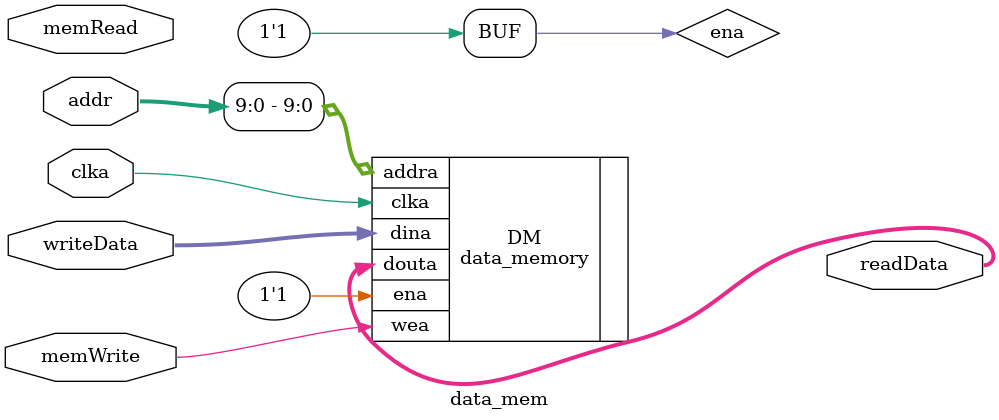
<source format=v>
module data_mem(
    input clka,
    input [31:0] addr,
    input [31:0] writeData,
    input memWrite,
    input memRead,
    output [31:0] readData
);

    wire ena;
    assign ena = 1;
    
    data_memory DM(
        .clka(clka),
        .addra(addr[9:0]),
        .dina(writeData),
        .douta(readData),
        .ena(ena),
        .wea(memWrite)
    );
endmodule
</source>
